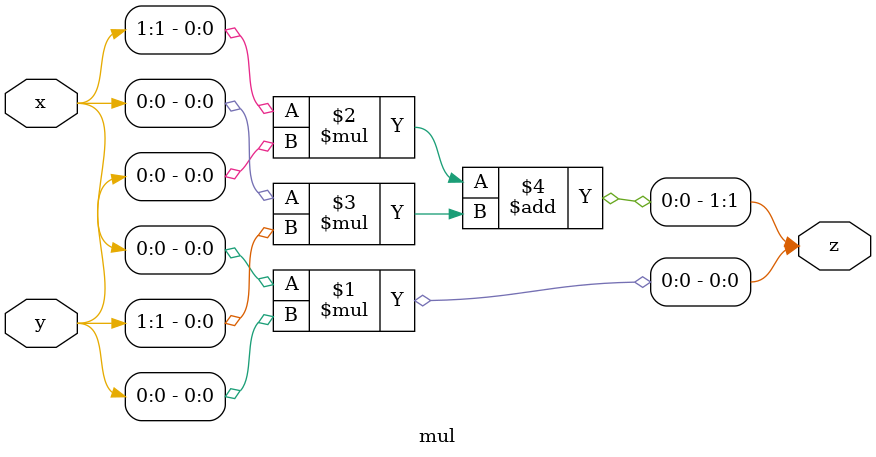
<source format=v>
`timescale 1ns / 1ps


 module mul(x,y,z);              
                
     input [1:0]x,y;
     output [1:0]z;
     
     assign z[0] = x[0] * y[0];
     assign z[1] = (x[1]*y[0]) + (x[0] * y[1]);
     
 endmodule

</source>
